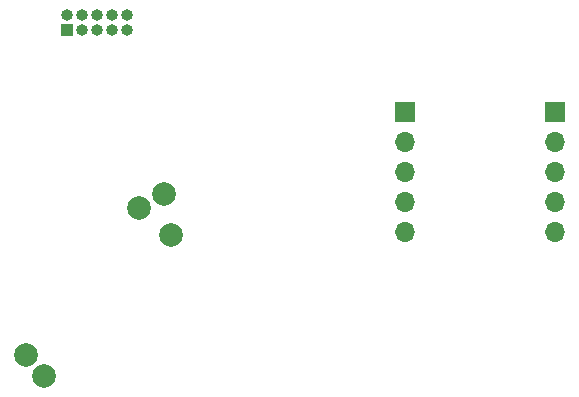
<source format=gbr>
G04 #@! TF.FileFunction,Soldermask,Bot*
%FSLAX46Y46*%
G04 Gerber Fmt 4.6, Leading zero omitted, Abs format (unit mm)*
G04 Created by KiCad (PCBNEW 4.0.4-stable) date 07/06/18 21:54:16*
%MOMM*%
%LPD*%
G01*
G04 APERTURE LIST*
%ADD10C,0.100000*%
%ADD11R,1.700000X1.700000*%
%ADD12O,1.700000X1.700000*%
%ADD13C,2.000000*%
%ADD14R,1.000000X1.000000*%
%ADD15O,1.000000X1.000000*%
G04 APERTURE END LIST*
D10*
D11*
X150000000Y-79000000D03*
D12*
X150000000Y-81540000D03*
X150000000Y-84080000D03*
X150000000Y-86620000D03*
X150000000Y-89160000D03*
D11*
X162700000Y-79000000D03*
D12*
X162700000Y-81540000D03*
X162700000Y-84080000D03*
X162700000Y-86620000D03*
X162700000Y-89160000D03*
D13*
X129519994Y-85975000D03*
X127444997Y-87150003D03*
X130144994Y-89400003D03*
X119370000Y-101350000D03*
X117844999Y-99600000D03*
D14*
X121380000Y-72120000D03*
D15*
X121380000Y-70850000D03*
X122650000Y-72120000D03*
X122650000Y-70850000D03*
X123920000Y-72120000D03*
X123920000Y-70850000D03*
X125190000Y-72120000D03*
X125190000Y-70850000D03*
X126460000Y-72120000D03*
X126460000Y-70850000D03*
M02*

</source>
